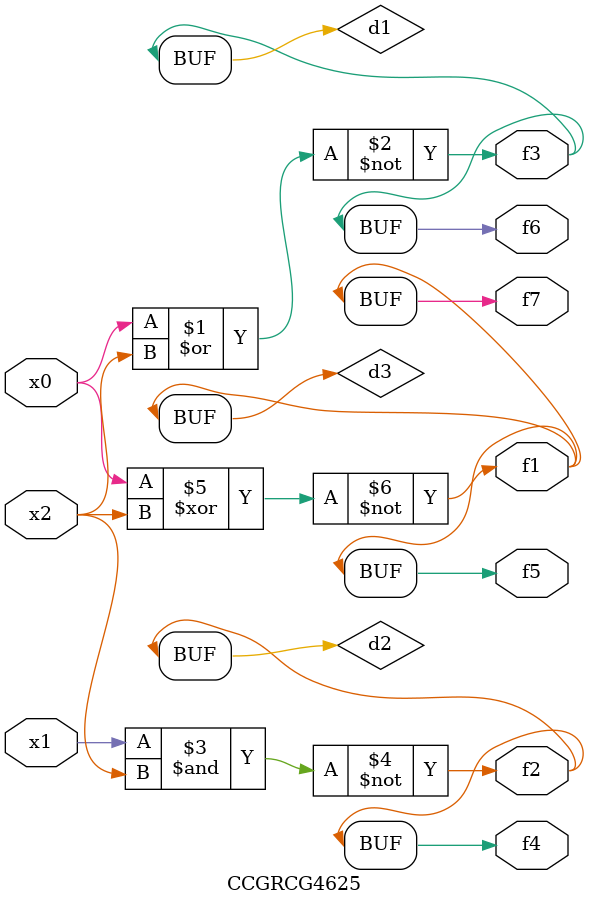
<source format=v>
module CCGRCG4625(
	input x0, x1, x2,
	output f1, f2, f3, f4, f5, f6, f7
);

	wire d1, d2, d3;

	nor (d1, x0, x2);
	nand (d2, x1, x2);
	xnor (d3, x0, x2);
	assign f1 = d3;
	assign f2 = d2;
	assign f3 = d1;
	assign f4 = d2;
	assign f5 = d3;
	assign f6 = d1;
	assign f7 = d3;
endmodule

</source>
